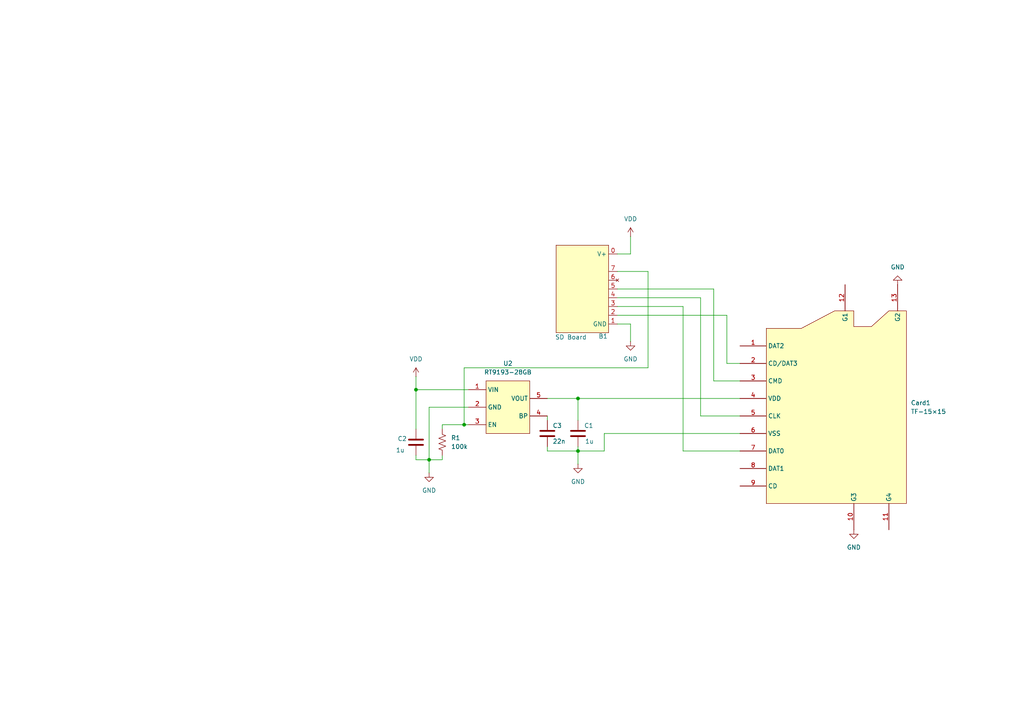
<source format=kicad_sch>
(kicad_sch (version 20250114) (generator "eeschema") (generator_version "9.0")
  (paper "A4")
  (title_block (title "${TITLE}") (rev "${REV}") (comment 1 "${VERSION}"))
  (lib_symbols
    (symbol "Device:C" (pin_numbers (hide yes)) (pin_names (offset 0.254))
      (property "Reference" "C" (at 0.635 2.54 0))
      (property "Value" "C" (at 0.635 -2.54 0))
      (symbol "C_0_1"
        (polyline (pts (xy -2.032 0.762) (xy 2.032 0.762)) (stroke (width 0.508)))
        (polyline (pts (xy -2.032 -0.762) (xy 2.032 -0.762)) (stroke (width 0.508)))
      )
      (symbol "C_1_1"
        (pin passive line (at 0 3.81 270) (length 2.794) (name "~") (number "1"))
        (pin passive line (at 0 -3.81 90) (length 2.794) (name "~") (number "2"))
      )
    )
    (symbol "Device:R_US" (pin_numbers (hide yes)) (pin_names (offset 0))
      (property "Reference" "R" (at 2.54 0 90))
      (property "Value" "R_US" (at -2.54 0 90))
      (symbol "R_US_0_1"
        (polyline (pts (xy 0 2.286) (xy 0 2.54)))
        (polyline (pts (xy 0 2.286) (xy 1.016 1.905) (xy 0 1.524) (xy -1.016 1.143) (xy 0 0.762)))
        (polyline (pts (xy 0 0.762) (xy 1.016 0.381) (xy 0 0) (xy -1.016 -0.381) (xy 0 -0.762)))
        (polyline (pts (xy 0 -0.762) (xy 1.016 -1.143) (xy 0 -1.524) (xy -1.016 -1.905) (xy 0 -2.286)))
        (polyline (pts (xy 0 -2.286) (xy 0 -2.54)))
      )
      (symbol "R_US_1_1"
        (pin passive line (at 0 3.81 270) (length 1.27) (name "~") (number "1"))
        (pin passive line (at 0 -3.81 90) (length 1.27) (name "~") (number "2"))
      )
    )
    (symbol "EasyEDA:RT9193-28GB"
      (property "Reference" "U2" (at 0 12.7 0))
      (property "Value" "RT9193-28GB" (at 0 10.16 0))
      (symbol "RT9193-28GB_0_1"
        (rectangle (start -6.35 7.62) (end 6.35 -7.62) (fill (type background)))
      )
      (symbol "RT9193-28GB_1_1"
        (pin power_in line (at -11.43 5.08 0) (length 5.08) (name "VIN") (number "1"))
        (pin power_out line (at -11.43 0 0) (length 5.08) (name "GND") (number "2"))
        (pin input line (at -11.43 -5.08 0) (length 5.08) (name "EN") (number "3"))
        (pin power_out line (at 11.43 2.54 180) (length 5.08) (name "VOUT") (number "5"))
        (pin output line (at 11.43 -2.54 180) (length 5.08) (name "BP") (number "4"))
      )
    )
    (symbol "EasyEDA:TF-15×15"
      (property "Reference" "Card1" (at 25.4 1.2701 0))
      (property "Value" "TF-15×15" (at 25.4 -1.2699 0))
      (symbol "TF-15×15_0_1"
        (polyline (pts (xy -16.51 22.86) (xy -6.35 22.86) (xy 3.3 27.94) (xy 8.89 27.94) (xy 8.89 23.37) (xy 13.97 23.37) (xy 19.05 27.94) (xy 24.13 27.94) (xy 24.13 -27.94) (xy -16.51 -27.94) (xy -16.51 22.86)) (fill (type background)))
        (pin bidirectional line (at -24.13 17.78 0) (length 7.62) (name "DAT2") (number "1"))
        (pin bidirectional line (at -24.13 12.7 0) (length 7.62) (name "CD/DAT3") (number "2"))
        (pin input line (at -24.13 7.62 0) (length 7.62) (name "CMD") (number "3"))
        (pin power_in line (at -24.13 2.54 0) (length 7.62) (name "VDD") (number "4"))
        (pin input line (at -24.13 -2.54 0) (length 7.62) (name "CLK") (number "5"))
        (pin power_out line (at -24.13 -7.62 0) (length 7.62) (name "VSS") (number "6"))
        (pin bidirectional line (at -24.13 -12.7 0) (length 7.62) (name "DAT0") (number "7"))
        (pin bidirectional line (at -24.13 -17.78 0) (length 7.62) (name "DAT1") (number "8"))
        (pin output line (at -24.13 -22.86 0) (length 7.62) (name "CD") (number "9"))
      )
      (symbol "TF-15×15_1_1"
        (pin passive line (at 6.35 35.56 270) (length 7.62) (name "G1") (number "12"))
        (pin passive line (at 8.89 -35.56 90) (length 7.62) (name "G3") (number "10"))
        (pin passive line (at 19.05 -35.56 90) (length 7.62) (name "G4") (number "11"))
        (pin passive line (at 21.59 35.56 270) (length 7.62) (name "G2") (number "13"))
      )
    )
    (symbol "GnW:GnW_SD_Board" (in_bom no)
      (property "Reference" "B" (at 3.556 3.556 0))
      (property "Value" "SD Board" (at 13.208 3.81 0))
      (symbol "GnW_SD_Board_0_0"
        (pin bidirectional line (at 0 -2.54 0) (length 2.54) (name "") (number "2"))
        (pin bidirectional line (at 0 -5.08 0) (length 2.54) (name "") (number "3"))
        (pin bidirectional line (at 0 -7.62 0) (length 2.54) (name "") (number "4"))
        (pin bidirectional line (at 0 -10.16 0) (length 2.54) (name "") (number "5"))
        (pin bidirectional line (at 0 -15.24 0) (length 2.54) (name "") (number "7"))
      )
      (symbol "GnW_SD_Board_1_0"
        (pin power_out line (at 0 0 0) (length 2.54) (name "GND") (number "1"))
        (pin no_connect line (at 0 -12.7 0) (length 2.54) (name "") (number "6"))
        (pin power_in line (at 0 -20.32 0) (length 2.54) (name "V+") (number "0"))
      )
      (symbol "GnW_SD_Board_1_1"
        (rectangle (start 2.54 2.54) (end 17.78 -22.86) (fill (type background)))
      )
    )
    (symbol "power:GND" (power) (pin_numbers (hide yes)) (pin_names (offset 0) (hide yes))
      (property "Value" "GND" (at 0 -3.81 0))
      (symbol "GND_0_1"
        (polyline (pts (xy 0 0) (xy 0 -1.27) (xy 1.27 -1.27) (xy 0 -2.54) (xy -1.27 -1.27) (xy 0 -1.27)))
      )
      (symbol "GND_1_1"
        (pin power_in line (at 0 0 270) (length 0) (name "~") (number "1"))
      )
    )
    (symbol "power:VDD" (power) (pin_numbers (hide yes)) (pin_names (offset 0) (hide yes))
      (property "Value" "VDD" (at 0 3.556 0))
      (symbol "VDD_0_1"
        (polyline (pts (xy -0.762 1.27) (xy 0 2.54)))
        (polyline (pts (xy 0 2.54) (xy 0.762 1.27)))
        (polyline (pts (xy 0 0) (xy 0 2.54)))
      )
      (symbol "VDD_1_1"
        (pin power_in line (at 0 0 90) (length 0) (name "~") (number "1"))
      )
    )
  )
  (junction (at 124.46 133.35))
  (junction (at 120.65 113.03))
  (junction (at 167.64 130.81))
  (junction (at 167.64 115.57))
  (junction (at 134.62 123.19))
  (wire (pts (xy 179.07 78.74) (xy 187.96 78.74)))
  (wire (pts (xy 134.62 123.19) (xy 135.89 123.19)))
  (wire (pts (xy 120.65 133.35) (xy 120.65 132.08)))
  (wire (pts (xy 198.12 88.9) (xy 179.07 88.9)))
  (wire (pts (xy 182.88 93.98) (xy 179.07 93.98)))
  (wire (pts (xy 207.01 110.49) (xy 214.63 110.49)))
  (wire (pts (xy 203.2 86.36) (xy 203.2 120.65)))
  (wire (pts (xy 210.82 91.44) (xy 179.07 91.44)))
  (wire (pts (xy 187.96 106.68) (xy 134.62 106.68)))
  (wire (pts (xy 128.27 123.19) (xy 134.62 123.19)))
  (wire (pts (xy 207.01 83.82) (xy 179.07 83.82)))
  (wire (pts (xy 167.64 130.81) (xy 175.26 130.81)))
  (wire (pts (xy 158.75 130.81) (xy 167.64 130.81)))
  (wire (pts (xy 210.82 105.41) (xy 210.82 91.44)))
  (wire (pts (xy 128.27 123.19) (xy 128.27 124.46)))
  (wire (pts (xy 158.75 115.57) (xy 167.64 115.57)))
  (wire (pts (xy 120.65 124.46) (xy 120.65 113.03)))
  (wire (pts (xy 120.65 109.22) (xy 120.65 113.03)))
  (wire (pts (xy 210.82 105.41) (xy 214.63 105.41)))
  (wire (pts (xy 207.01 110.49) (xy 207.01 83.82)))
  (wire (pts (xy 167.64 129.54) (xy 167.64 130.81)))
  (wire (pts (xy 182.88 73.66) (xy 179.07 73.66)))
  (wire (pts (xy 134.62 106.68) (xy 134.62 123.19)))
  (wire (pts (xy 182.88 93.98) (xy 182.88 99.06)))
  (wire (pts (xy 120.65 133.35) (xy 124.46 133.35)))
  (wire (pts (xy 120.65 113.03) (xy 135.89 113.03)))
  (wire (pts (xy 179.07 86.36) (xy 203.2 86.36)))
  (wire (pts (xy 198.12 130.81) (xy 214.63 130.81)))
  (wire (pts (xy 124.46 137.16) (xy 124.46 133.35)))
  (wire (pts (xy 124.46 118.11) (xy 124.46 133.35)))
  (wire (pts (xy 214.63 120.65) (xy 203.2 120.65)))
  (wire (pts (xy 187.96 78.74) (xy 187.96 106.68)))
  (wire (pts (xy 167.64 121.92) (xy 167.64 115.57)))
  (wire (pts (xy 128.27 132.08) (xy 128.27 133.35)))
  (wire (pts (xy 182.88 68.58) (xy 182.88 73.66)))
  (wire (pts (xy 124.46 118.11) (xy 135.89 118.11)))
  (wire (pts (xy 124.46 133.35) (xy 128.27 133.35)))
  (wire (pts (xy 175.26 125.73) (xy 175.26 130.81)))
  (wire (pts (xy 158.75 120.65) (xy 158.75 121.92)))
  (wire (pts (xy 167.64 130.81) (xy 167.64 134.62)))
  (wire (pts (xy 198.12 130.81) (xy 198.12 88.9)))
  (wire (pts (xy 158.75 130.81) (xy 158.75 129.54)))
  (wire (pts (xy 175.26 125.73) (xy 214.63 125.73)))
  (wire (pts (xy 167.64 115.57) (xy 214.63 115.57)))
  (symbol (lib_id "power:VDD") (at 182.88 68.58 0) (unit 1)
    (property "Reference" "#PWR07" (effects (hide yes)))
    (property "Value" "VDD" (at 182.88 63.5 0))
    (property "Description" "Power symbol creates a global label with name \"VDD\"" (effects (hide yes)))
  )
  (symbol (lib_id "Device:C") (at 167.64 125.73 0) (unit 1)
    (property "Reference" "C1" (at 169.418 123.444 0) (effects (justify left)))
    (property "Value" "1u" (at 169.672 128.016 0) (effects (justify left)))
    (property "Footprint" "Capacitor_SMD:C_0805_2012Metric" (effects (hide yes)))
    (property "Description" "Unpolarized capacitor" (effects (hide yes)))
  )
  (symbol (lib_id "power:GND") (at 124.46 137.16 0) (unit 1)
    (property "Reference" "#PWR01" (effects (hide yes)))
    (property "Value" "GND" (at 124.46 142.24 0))
    (property "Description" "Power symbol creates a global label with name \"GND\" , ground" (effects (hide yes)))
  )
  (symbol (lib_id "EasyEDA:TF-15×15") (at 238.76 118.11 0) (unit 1)
    (property "Reference" "Card1" (at 264.16 116.8399 0) (effects (justify left)))
    (property "Value" "TF-15×15" (at 264.16 119.3799 0) (effects (justify left)))
    (property "Footprint" "EasyEDA:TF-SMD_TF-15-15" (effects (hide yes)))
    (property "Datasheet" "https://lcsc.com/product-detail/Card-Sockets_TF-15-15_C111196.html" (effects (hide yes)))
    (property "LCSC Part" "C111196" (effects (hide yes)))
    (property "LCSC" "C111196" (effects (hide yes)))
  )
  (symbol (lib_id "power:GND") (at 167.64 134.62 0) (unit 1)
    (property "Reference" "#PWR03" (effects (hide yes)))
    (property "Value" "GND" (at 167.64 139.7 0))
    (property "Description" "Power symbol creates a global label with name \"GND\" , ground" (effects (hide yes)))
  )
  (symbol (lib_id "power:GND") (at 247.65 153.67 0) (unit 1)
    (property "Reference" "#PWR02" (effects (hide yes)))
    (property "Value" "GND" (at 247.65 158.75 0))
    (property "Description" "Power symbol creates a global label with name \"GND\" , ground" (effects (hide yes)))
  )
  (symbol (lib_id "power:GND") (at 182.88 99.06 0) (unit 1)
    (property "Reference" "#PWR04" (effects (hide yes)))
    (property "Value" "GND" (at 182.88 104.14 0))
    (property "Description" "Power symbol creates a global label with name \"GND\" , ground" (effects (hide yes)))
  )
  (symbol (lib_id "GnW:GnW_SD_Board") (at 179.07 93.98 180) (unit 1) (in_bom no)
    (property "Reference" "B1" (at 176.276 97.536 0) (effects (justify left)))
    (property "Value" "SD Board" (at 170.18 97.79 0) (effects (justify left)))
    (property "Footprint" "GnW_SD:Board" (effects (hide yes)))
    (property "Description" "GnW SD Board" (effects (hide yes)))
  )
  (symbol (lib_id "EasyEDA:RT9193-28GB") (at 147.32 118.11 0) (unit 1)
    (property "Reference" "U2" (at 147.32 105.41 0))
    (property "Value" "RT9193-28GB" (at 147.32 107.95 0))
    (property "Footprint" "EasyEDA:SOT-23-5_L3.0-W1.7-P0.95-LS2.8-BR" (effects (hide yes)))
    (property "Datasheet" "https://lcsc.com/product-detail/Low-Dropout-Regulators-LDO_RT9193-28GB_C56731.html" (effects (hide yes)))
    (property "LCSC Part" "C56731" (effects (hide yes)))
    (property "LCSC" "C56731" (effects (hide yes)))
  )
  (symbol (lib_id "power:VDD") (at 120.65 109.22 0) (unit 1)
    (property "Reference" "#PWR06" (effects (hide yes)))
    (property "Value" "VDD" (at 120.65 104.14 0))
    (property "Description" "Power symbol creates a global label with name \"VDD\"" (effects (hide yes)))
  )
  (symbol (lib_id "power:GND") (at 260.35 82.55 180) (unit 1)
    (property "Reference" "#PWR05" (effects (hide yes)))
    (property "Value" "GND" (at 260.35 77.47 0))
    (property "Description" "Power symbol creates a global label with name \"GND\" , ground" (effects (hide yes)))
  )
  (symbol (lib_id "Device:C") (at 120.65 128.27 0) (unit 1)
    (property "Reference" "C2" (at 115.316 127.254 0) (effects (justify left)))
    (property "Value" "1u" (at 114.808 130.556 0) (effects (justify left)))
    (property "Footprint" "Capacitor_SMD:C_0805_2012Metric" (effects (hide yes)))
    (property "Description" "Unpolarized capacitor" (effects (hide yes)))
  )
  (symbol (lib_id "Device:R_US") (at 128.27 128.27 0) (unit 1)
    (property "Reference" "R1" (at 130.81 126.9999 0) (effects (justify left)))
    (property "Value" "100k" (at 130.81 129.5399 0) (effects (justify left)))
    (property "Footprint" "PCM_Resistor_SMD_AKL:R_0805_2012Metric" (effects (hide yes)))
    (property "Description" "Resistor, US symbol" (effects (hide yes)))
  )
  (symbol (lib_id "Device:C") (at 158.75 125.73 0) (unit 1)
    (property "Reference" "C3" (at 160.274 123.444 0) (effects (justify left)))
    (property "Value" "22n" (at 160.274 128.016 0) (effects (justify left)))
    (property "Footprint" "Capacitor_SMD:C_0805_2012Metric" (effects (hide yes)))
    (property "Description" "Unpolarized capacitor" (effects (hide yes)))
  )
)
</source>
